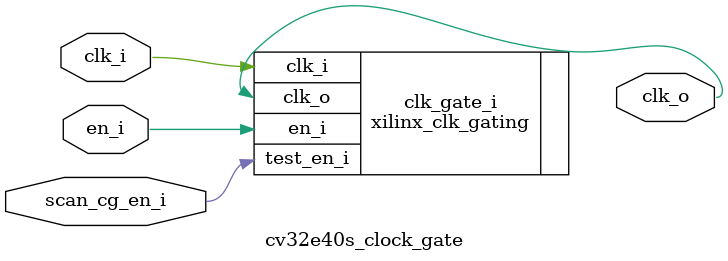
<source format=sv>

module cv32e40s_clock_gate (
    input  logic clk_i,
    input  logic en_i,
    input  logic scan_cg_en_i,
    output logic clk_o
);

  xilinx_clk_gating clk_gate_i (
      .clk_i,
      .en_i,
      .test_en_i(scan_cg_en_i),
      .clk_o
  );

endmodule  // cv32e40p_clock_gate

</source>
